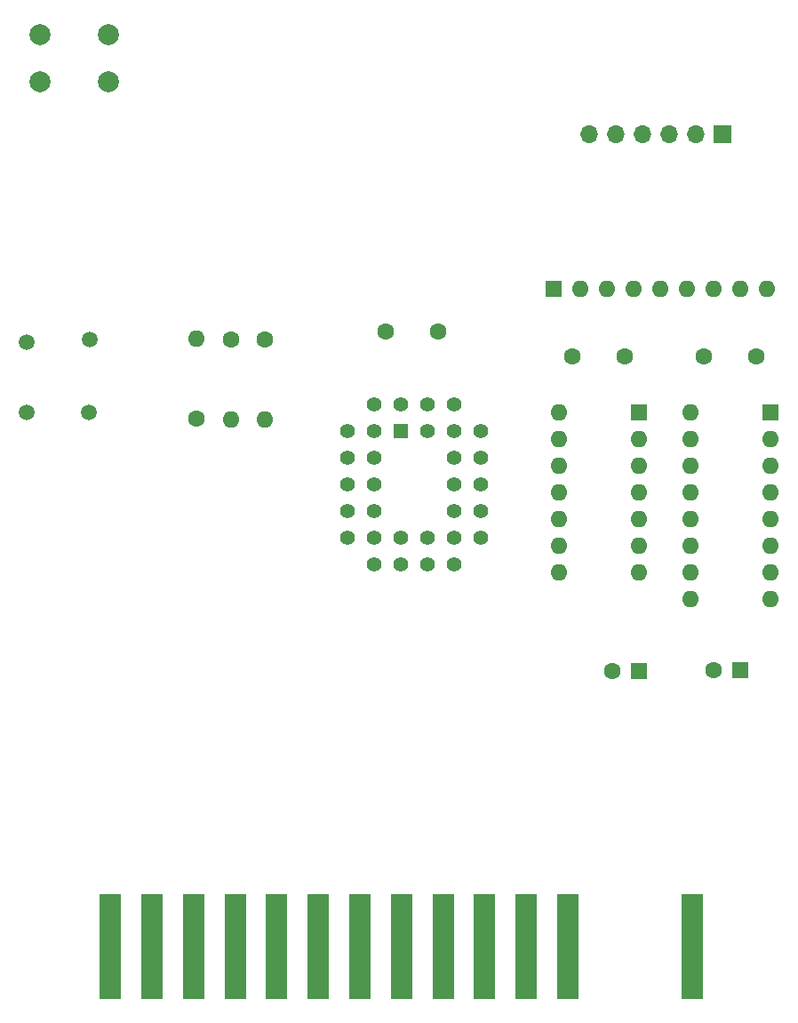
<source format=gbr>
G04 #@! TF.GenerationSoftware,KiCad,Pcbnew,(6.0.9)*
G04 #@! TF.CreationDate,2023-08-06T15:20:05+02:00*
G04 #@! TF.ProjectId,p2000t-multicartridge,70323030-3074-42d6-9d75-6c7469636172,rev?*
G04 #@! TF.SameCoordinates,Original*
G04 #@! TF.FileFunction,Soldermask,Top*
G04 #@! TF.FilePolarity,Negative*
%FSLAX46Y46*%
G04 Gerber Fmt 4.6, Leading zero omitted, Abs format (unit mm)*
G04 Created by KiCad (PCBNEW (6.0.9)) date 2023-08-06 15:20:05*
%MOMM*%
%LPD*%
G01*
G04 APERTURE LIST*
%ADD10C,2.000000*%
%ADD11C,1.500000*%
%ADD12R,1.600000X1.600000*%
%ADD13O,1.600000X1.600000*%
%ADD14C,1.600000*%
%ADD15R,1.700000X1.700000*%
%ADD16O,1.700000X1.700000*%
%ADD17R,2.000000X10.000000*%
%ADD18R,1.422400X1.422400*%
%ADD19C,1.422400*%
G04 APERTURE END LIST*
D10*
X55247000Y-52345000D03*
X48747000Y-52345000D03*
X55247000Y-56845000D03*
X48747000Y-56845000D03*
D11*
X47498000Y-81661000D03*
X47498000Y-88370000D03*
X53445000Y-88370000D03*
X53467000Y-81407000D03*
D12*
X105821000Y-88337000D03*
D13*
X105821000Y-90877000D03*
X105821000Y-93417000D03*
X105821000Y-95957000D03*
X105821000Y-98497000D03*
X105821000Y-101037000D03*
X105821000Y-103577000D03*
X98201000Y-103577000D03*
X98201000Y-101037000D03*
X98201000Y-98497000D03*
X98201000Y-95957000D03*
X98201000Y-93417000D03*
X98201000Y-90877000D03*
X98201000Y-88337000D03*
D14*
X99471000Y-83003000D03*
X104471000Y-83003000D03*
X86647000Y-80645000D03*
X81647000Y-80645000D03*
D15*
X113792000Y-61849000D03*
D16*
X111252000Y-61849000D03*
X108712000Y-61849000D03*
X106172000Y-61849000D03*
X103632000Y-61849000D03*
X101092000Y-61849000D03*
D12*
X118347000Y-88345000D03*
D13*
X118347000Y-90885000D03*
X118347000Y-93425000D03*
X118347000Y-95965000D03*
X118347000Y-98505000D03*
X118347000Y-101045000D03*
X118347000Y-103585000D03*
X118347000Y-106125000D03*
X110727000Y-106125000D03*
X110727000Y-103585000D03*
X110727000Y-101045000D03*
X110727000Y-98505000D03*
X110727000Y-95965000D03*
X110727000Y-93425000D03*
X110727000Y-90885000D03*
X110727000Y-88345000D03*
D12*
X105797000Y-112945000D03*
D14*
X103297000Y-112945000D03*
X116997000Y-83045000D03*
X111997000Y-83045000D03*
X70165000Y-81383000D03*
D13*
X70165000Y-89003000D03*
D14*
X66915000Y-81383000D03*
D13*
X66915000Y-89003000D03*
D14*
X63615000Y-88973000D03*
D13*
X63615000Y-81353000D03*
D17*
X55465000Y-139192000D03*
X59425000Y-139192000D03*
X63385000Y-139192000D03*
X67345000Y-139192000D03*
X71305000Y-139192000D03*
X75265000Y-139192000D03*
X79225000Y-139192000D03*
X83185000Y-139192000D03*
X87145000Y-139192000D03*
X91105000Y-139192000D03*
X95065000Y-139192000D03*
X99025000Y-139192000D03*
X110905000Y-139192000D03*
D12*
X115443000Y-112903000D03*
D14*
X112943000Y-112903000D03*
D12*
X97663000Y-76581000D03*
D13*
X100203000Y-76581000D03*
X102743000Y-76581000D03*
X105283000Y-76581000D03*
X107823000Y-76581000D03*
X110363000Y-76581000D03*
X112903000Y-76581000D03*
X115443000Y-76581000D03*
X117983000Y-76581000D03*
D18*
X83147000Y-90145000D03*
D19*
X85687000Y-87605000D03*
X85687000Y-90145000D03*
X88227000Y-87605000D03*
X90767000Y-90145000D03*
X88227000Y-90145000D03*
X90767000Y-92685000D03*
X88227000Y-92685000D03*
X90767000Y-95225000D03*
X88227000Y-95225000D03*
X90767000Y-97765000D03*
X88227000Y-97765000D03*
X90767000Y-100305000D03*
X88227000Y-102845000D03*
X88227000Y-100305000D03*
X85687000Y-102845000D03*
X85687000Y-100305000D03*
X83147000Y-102845000D03*
X83147000Y-100305000D03*
X80607000Y-102845000D03*
X78067000Y-100305000D03*
X80607000Y-100305000D03*
X78067000Y-97765000D03*
X80607000Y-97765000D03*
X78067000Y-95225000D03*
X80607000Y-95225000D03*
X78067000Y-92685000D03*
X80607000Y-92685000D03*
X78067000Y-90145000D03*
X80607000Y-87605000D03*
X80607000Y-90145000D03*
X83147000Y-87605000D03*
M02*

</source>
